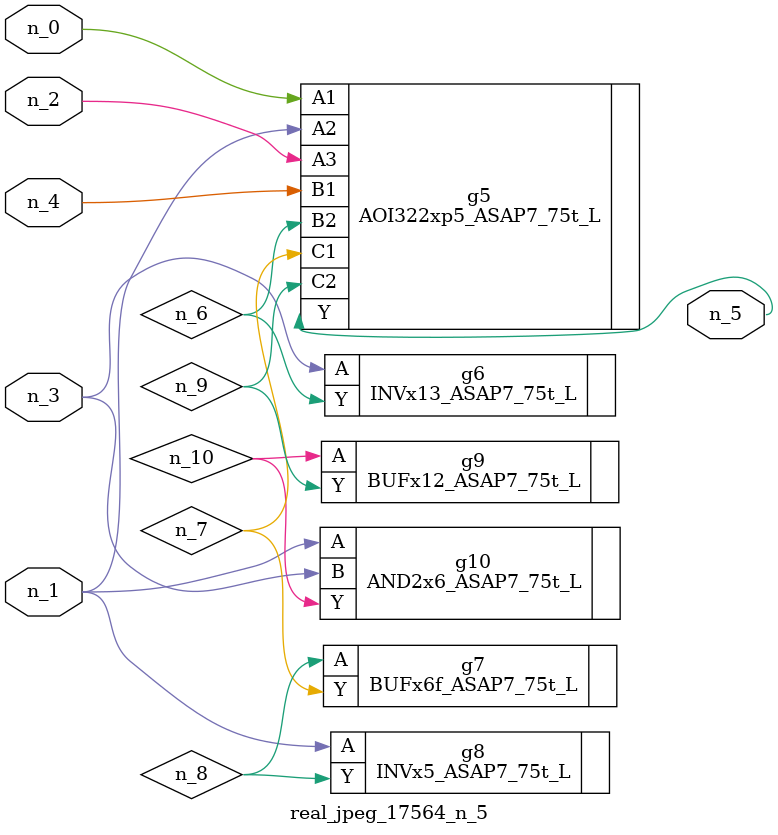
<source format=v>
module real_jpeg_17564_n_5 (n_4, n_0, n_1, n_2, n_3, n_5);

input n_4;
input n_0;
input n_1;
input n_2;
input n_3;

output n_5;

wire n_8;
wire n_6;
wire n_7;
wire n_10;
wire n_9;

AOI322xp5_ASAP7_75t_L g5 ( 
.A1(n_0),
.A2(n_1),
.A3(n_2),
.B1(n_4),
.B2(n_6),
.C1(n_7),
.C2(n_9),
.Y(n_5)
);

INVx5_ASAP7_75t_L g8 ( 
.A(n_1),
.Y(n_8)
);

AND2x6_ASAP7_75t_L g10 ( 
.A(n_1),
.B(n_3),
.Y(n_10)
);

INVx13_ASAP7_75t_L g6 ( 
.A(n_3),
.Y(n_6)
);

BUFx6f_ASAP7_75t_L g7 ( 
.A(n_8),
.Y(n_7)
);

BUFx12_ASAP7_75t_L g9 ( 
.A(n_10),
.Y(n_9)
);


endmodule
</source>
